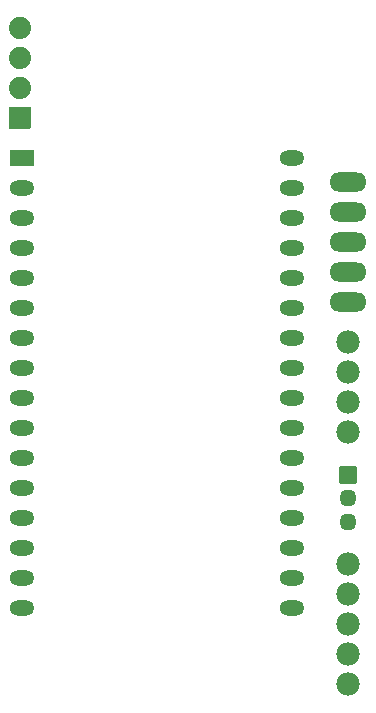
<source format=gbr>
%TF.GenerationSoftware,KiCad,Pcbnew,9.0.0*%
%TF.CreationDate,2025-03-14T09:11:00-04:00*%
%TF.ProjectId,PawPlans,50617750-6c61-46e7-932e-6b696361645f,0.5.0*%
%TF.SameCoordinates,Original*%
%TF.FileFunction,Soldermask,Bot*%
%TF.FilePolarity,Negative*%
%FSLAX46Y46*%
G04 Gerber Fmt 4.6, Leading zero omitted, Abs format (unit mm)*
G04 Created by KiCad (PCBNEW 9.0.0) date 2025-03-14 09:11:00*
%MOMM*%
%LPD*%
G01*
G04 APERTURE LIST*
G04 Aperture macros list*
%AMRoundRect*
0 Rectangle with rounded corners*
0 $1 Rounding radius*
0 $2 $3 $4 $5 $6 $7 $8 $9 X,Y pos of 4 corners*
0 Add a 4 corners polygon primitive as box body*
4,1,4,$2,$3,$4,$5,$6,$7,$8,$9,$2,$3,0*
0 Add four circle primitives for the rounded corners*
1,1,$1+$1,$2,$3*
1,1,$1+$1,$4,$5*
1,1,$1+$1,$6,$7*
1,1,$1+$1,$8,$9*
0 Add four rect primitives between the rounded corners*
20,1,$1+$1,$2,$3,$4,$5,0*
20,1,$1+$1,$4,$5,$6,$7,0*
20,1,$1+$1,$6,$7,$8,$9,0*
20,1,$1+$1,$8,$9,$2,$3,0*%
G04 Aperture macros list end*
%ADD10RoundRect,0.050800X-1.000000X0.600000X-1.000000X-0.600000X1.000000X-0.600000X1.000000X0.600000X0*%
%ADD11O,2.101600X1.301600*%
%ADD12O,3.149600X1.625600*%
%ADD13C,1.879600*%
%ADD14RoundRect,0.050800X0.889000X0.889000X-0.889000X0.889000X-0.889000X-0.889000X0.889000X-0.889000X0*%
%ADD15C,1.981200*%
%ADD16RoundRect,0.050800X-0.675000X-0.675000X0.675000X-0.675000X0.675000X0.675000X-0.675000X0.675000X0*%
%ADD17O,1.451600X1.451600*%
G04 APERTURE END LIST*
D10*
%TO.C,MCUKIT1*%
X88170000Y-43823460D03*
D11*
X88170000Y-46363460D03*
X88170000Y-48903460D03*
X88170000Y-51443460D03*
X88170000Y-53983460D03*
X88170000Y-56523460D03*
X88170000Y-59063460D03*
X88170000Y-61603460D03*
X88170000Y-64143460D03*
X88170000Y-66683460D03*
X88170000Y-69223460D03*
X88170000Y-71763460D03*
X88170000Y-74303460D03*
X88170000Y-76843460D03*
X88170000Y-79383460D03*
X88170000Y-81923460D03*
X111030000Y-81923460D03*
X111030000Y-79383460D03*
X111030000Y-76843460D03*
X111030000Y-74303460D03*
X111030000Y-71763460D03*
X111030000Y-69223460D03*
X111030000Y-66683460D03*
X111030000Y-64143460D03*
X111030000Y-61603460D03*
X111030000Y-59063460D03*
X111030000Y-56523460D03*
X111030000Y-53983460D03*
X111030000Y-51443460D03*
X111030000Y-48903460D03*
X111030000Y-46363460D03*
X111030000Y-43823460D03*
%TD*%
D12*
%TO.C,JOYSTICK1*%
X115800000Y-45840000D03*
X115800000Y-48380000D03*
X115800000Y-50920000D03*
X115800000Y-53460000D03*
X115800000Y-56000000D03*
%TD*%
D13*
%TO.C,PROXIMITY1*%
X88000000Y-37860000D03*
D14*
X88000000Y-40400000D03*
D13*
X88000000Y-35320000D03*
X88000000Y-32780000D03*
%TD*%
D15*
%TO.C,DISPLAY1*%
X115800000Y-67014133D03*
X115800000Y-64474133D03*
X115800000Y-61934133D03*
X115800000Y-59394133D03*
%TD*%
D16*
%TO.C,SERVO1*%
X115800000Y-70600000D03*
D17*
X115800000Y-72600000D03*
X115800000Y-74600000D03*
%TD*%
D15*
%TO.C,LOADCELL1*%
X115800000Y-78200000D03*
X115800000Y-85820000D03*
X115800000Y-83280000D03*
X115800000Y-80740000D03*
X115800000Y-88360000D03*
%TD*%
M02*

</source>
